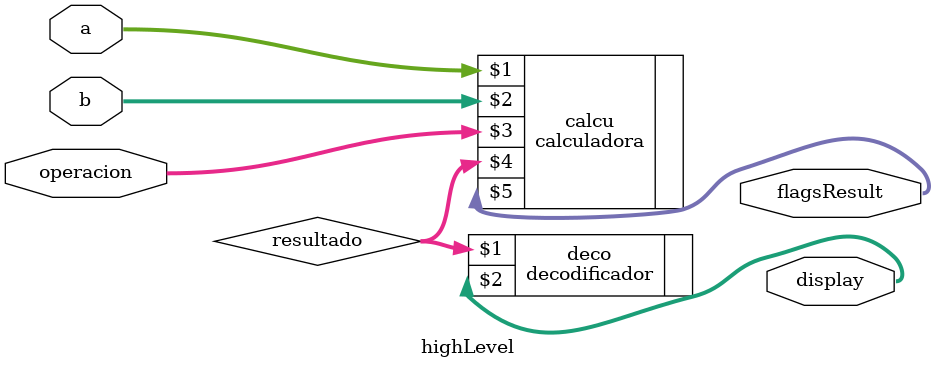
<source format=sv>
module highLevel #(parameter n = 4) (input [n-1:0] a,b, input [3:0] operacion, output [6:0] display, output [3:0] flagsResult);
	logic [n-1:0] resultado;
	
	calculadora #(4)calcu(a,b,operacion, resultado, flagsResult);
	
	decodificador deco(resultado, display);
	

endmodule
</source>
